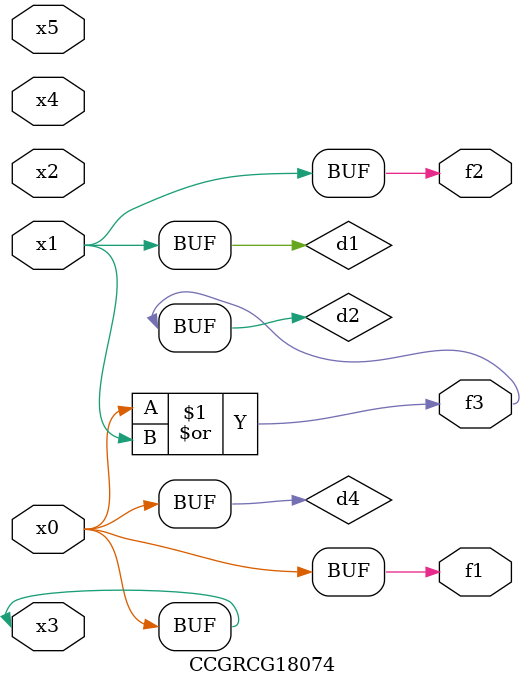
<source format=v>
module CCGRCG18074(
	input x0, x1, x2, x3, x4, x5,
	output f1, f2, f3
);

	wire d1, d2, d3, d4;

	and (d1, x1);
	or (d2, x0, x1);
	nand (d3, x0, x5);
	buf (d4, x0, x3);
	assign f1 = d4;
	assign f2 = d1;
	assign f3 = d2;
endmodule

</source>
